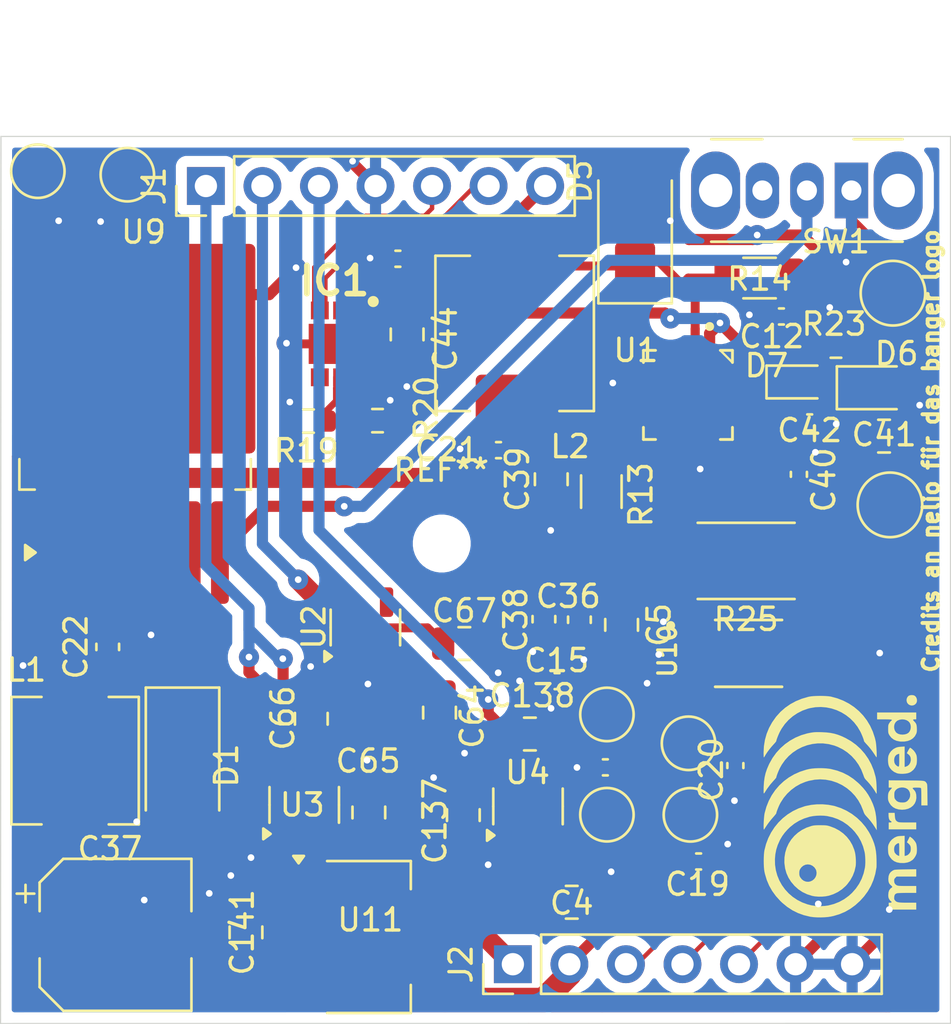
<source format=kicad_pcb>
(kicad_pcb (version 20241229) (generator "pcbnew") (generator_version "9.0")
  (layers (0 "F.Cu" signal "F.Cu Signal") (2 "B.Cu" signal "B.Cu Signal") (13 "F.Paste" user) (15 "B.Paste" user) (5 "F.SilkS" user "F.Silkscreen") (7 "B.SilkS" user "B.Silkscreen") (1 "F.Mask" user) (3 "B.Mask" user) (25 "Edge.Cuts" user))
  (net 0 "")
  (net 1 "GND")
  (net 2 "+5V")
  (net 3 "/USB+")
  (net 4 "/CC1")
  (net 5 "/CC2")
  (net 6 "Net-(U9-VIN)")
  (net 8 "/battery output")
  (net 9 "+3.3V")
  (net 11 "Net-(D1-K)")
  (net 12 "Net-(SW1A-B)")
  (net 13 "Net-(U1-CS)")
  (net 14 "Net-(D5-K)")
  (net 15 "Net-(D6-K)")
  (net 16 "Net-(D6-A)")
  (net 17 "Net-(D7-K)")
  (net 18 "/power SCL")
  (net 20 "/power SDA")
  (net 21 "Net-(IC1-VSET)")
  (net 23 "Net-(IC1-ISET)")
  (net 25 "/voltage Alert Pin")
  (net 30 "Net-(U1-BAT)")
  (net 33 "/1.5v out")
  (net 34 "/1.8v out")
  (net 35 "/2.8v out")
  (footprint "Diode_SMD:D_SMA" (layer "F.Cu") (at 472.81 316.7 -90)
    (property "Reference" "D1")
    (property "Value" "SS38" (hide yes))
  )
  (footprint "Package_TO_SOT_SMD:SOT-23-5" (layer "F.Cu") (at 488.33 318.5225 90)
    (property "Reference" "U4")
    (property "Value" "MICRONE(Nanjing Micro One Elec) ME6212C28M5G" (hide yes))
  )
  (footprint "Capacitor_SMD:C_0402_1005Metric" (layer "F.Cu") (at 500.5 303.62 90)
    (property "Reference" "C40")
    (property "Value" "0.1uF" (hide yes))
  )
  (footprint "Capacitor_SMD:C_0805_2012Metric" (layer "F.Cu") (at 488.415 315.275 180)
    (property "Reference" "C138")
    (property "Value" "1uF" (hide yes))
  )
  (footprint "TP5100:QFN65P400X400X90-17N" (layer "F.Cu") (at 495.515 300.055 -90)
    (property "Reference" "U1")
    (property "Value" "TP5100" (hide yes))
  )
  (footprint "Capacitor_SMD:C_0805_2012Metric" (layer "F.Cu") (at 478.595 314.59 90)
    (property "Reference" "C66")
    (property "Value" "1uF" (hide yes))
  )
  (footprint "ina226:SOP50P490X110-10N" (layer "F.Cu") (at 498.24 311.655)
    (property "Reference" "U10")
    (property "Value" "INA226AIDGSR" (hide yes))
  )
  (footprint "TestPoint:TestPoint_Pad_D2.0mm" (layer "F.Cu") (at 470.33 290.17)
    (property "Reference" "TP20" (hide yes))
    (property "Value" "TestPoint" (hide yes))
  )
  (footprint "Capacitor_SMD:C_0805_2012Metric" (layer "F.Cu") (at 475.66 324.175 -90)
    (property "Reference" "C141")
    (property "Value" "1uF" (hide yes))
  )
  (footprint "Inductor_SMD:L_Changjiang_FXL0630" (layer "F.Cu") (at 487.73 297.295 90)
    (property "Reference" "L2")
    (property "Value" "10uH" (hide yes))
  )
  (footprint "Capacitor_SMD:C_0805_2012Metric" (layer "F.Cu") (at 485.47 311.215 180)
    (property "Reference" "C67")
    (property "Value" "1uF" (hide yes))
  )
  (footprint "TestPoint:TestPoint_Pad_D2.0mm" (layer "F.Cu") (at 491.875 318.895 -90)
    (property "Reference" "TP17" (hide yes))
    (property "Value" "TestPoint" (hide yes))
  )
  (footprint "Capacitor_SMD:C_0402_1005Metric" (layer "F.Cu") (at 487.005 302.535 180)
    (property "Reference" "C21")
    (property "Value" "0.1uF" (hide yes))
  )
  (footprint "LOGO" (layer "F.Cu") (at 502.595 318.51 90)
    (property "Reference" "G***" (hide yes))
    (property "Value" "LOGO" (hide yes))
  )
  (footprint "TestPoint:TestPoint_Pad_D2.5mm" (layer "F.Cu") (at 504.725 295.49 -90)
    (property "Reference" "TP18" (hide yes))
    (property "Value" "battery testpoint" (hide yes))
  )
  (footprint "Capacitor_SMD:C_0402_1005Metric" (layer "F.Cu") (at 495.995 320.995)
    (property "Reference" "C19")
    (property "Value" "0.1uF" (hide yes))
  )
  (footprint "Package_TO_SOT_SMD:SOT-223-3_TabPin2" (layer "F.Cu") (at 481.155 324.385)
    (property "Reference" "U11")
    (property "Value" "5v to 3.3v converter" (hide yes))
  )
  (footprint "TestPoint:TestPoint_Pad_D2.5mm" (layer "F.Cu") (at 504.59 304.99 90)
    (property "Reference" "TP10" (hide yes))
    (property "Value" "battery testpoint" (hide yes))
  )
  (footprint "Capacitor_SMD:C_0402_1005Metric" (layer "F.Cu") (at 482.485 293.945 180)
    (property "Reference" "C43" (hide yes))
    (property "Value" "0.1uF" (hide yes))
  )
  (footprint "Capacitor_SMD:C_0402_1005Metric" (layer "F.Cu") (at 489.635 312.9 180)
    (property "Reference" "C15")
    (property "Value" "0.1uF" (hide yes))
  )
  (footprint "Capacitor_SMD:C_0805_2012Metric" (layer "F.Cu") (at 481.18 318.795 -90)
    (property "Reference" "C65")
    (property "Value" "1uF")
  )
  (footprint "LED_SMD:LED_0805_2012Metric" (layer "F.Cu") (at 503.89 299.735)
    (property "Reference" "D6")
    (property "Value" "LED")
  )
  (footprint "Inductor_SMD:L_APV_APH0530" (layer "F.Cu") (at 467.985 316.47 -90)
    (property "Reference" "L1")
    (property "Value" "4.7uH inductor" (hide yes))
  )
  (footprint "LED_SMD:LED_0603_1608Metric" (layer "F.Cu") (at 500.53 299.475)
    (property "Reference" "D7")
    (property "Value" "LED" (hide yes))
  )
  (footprint "Capacitor_SMD:C_0805_2012Metric" (layer "F.Cu") (at 484.355 314.315 90)
    (property "Reference" "C64")
    (property "Value" "1uF" (hide yes))
  )
  (footprint "Package_TO_SOT_SMD:TO-263-7_TabPin8" (layer "F.Cu") (at 470.68 299.48 90)
    (property "Reference" "U9")
    (property "Value" "LM22678TJ-5.0/NOPB" (hide yes))
  )
  (footprint "TestPoint:TestPoint_Pad_D2.0mm" (layer "F.Cu") (at 495.625 318.9 90)
    (property "Reference" "TP19" (hide yes))
    (property "Value" "TestPoint" (hide yes))
  )
  (footprint "Capacitor_SMD:C_0603_1608Metric" (layer "F.Cu") (at 490.64 310.145 -90)
    (property "Reference" "C36")
    (property "Value" "6.8uF" (hide yes))
  )
  (footprint "Resistor_SMD:R_2512_6332Metric" (layer "F.Cu") (at 498.13 307.505 180)
    (property "Reference" "R25")
    (property "Value" "R_Shunt")
  )
  (footprint "Capacitor_SMD:C_0805_2012Metric" (layer "F.Cu") (at 489.375 303.84 -90)
    (property "Reference" "C39")
    (property "Value" "10uF" (hide yes))
  )
  (footprint "Connector_PinHeader_2.54mm:PinHeader_1x07_P2.54mm_Vertical" (layer "F.Cu") (at 487.65 325.605 90)
    (property "Reference" "J2")
    (property "Value" "Conn_01x07_Pin" (hide yes))
  )
  (footprint "Capacitor_SMD:C_0402_1005Metric" (layer "F.Cu") (at 500.985 301.29)
    (property "Reference" "C42")
    (property "Value" "0.1uF" (hide yes))
  )
  (footprint "Resistor_SMD:R_0603_1608Metric" (layer "F.Cu") (at 502.165 297.865)
    (property "Reference" "R23")
    (property "Value" "470Ohm")
  )
  (footprint "Package_TO_SOT_SMD:SOT-23-5" (layer "F.Cu") (at 481.025 310.4925 90)
    (property "Reference" "U2")
    (property "Value" "MICRONE(Nanjing Micro One Elec) ME6212C28M5G" (hide yes))
  )
  (footprint "Capacitor_SMD:C_0805_2012Metric" (layer "F.Cu") (at 504.325 301.905)
    (property "Reference" "C41")
    (property "Value" "10uF" (hide yes))
  )
  (footprint "Capacitor_SMD:CP_Elec_6.3x5.9" (layer "F.Cu") (at 469.8 324.285)
    (property "Reference" "C37")
    (property "Value" "180uF" (hide yes))
  )
  (footprint "Capacitor_SMD:C_0603_1608Metric" (layer "F.Cu") (at 489.045 310.12 -90)
    (property "Reference" "C38")
    (property "Value" "6.8uF" (hide yes))
  )
  (footprint "Resistor_SMD:R_0603_1608Metric" (layer "F.Cu") (at 478.47 301.23 180)
    (property "Reference" "R19")
    (property "Value" "10k" (hide yes))
  )
  (footprint "MountingHole:MountingHole_2.1mm" (layer "F.Cu") (at 484.43 306.63)
    (property "Reference" "REF**")
    (property "Value" "MountingHole_2.1mm")
  )
  (footprint "Capacitor_SMD:C_0805_2012Metric" (layer "F.Cu") (at 490.295 322.825)
    (property "Reference" "C4")
    (property "Value" "22uF" (hide yes))
  )
  (footprint "Capacitor_SMD:C_0805_2012Metric" (layer "F.Cu") (at 485.425 318.9125 -90)
    (property "Reference" "C137")
    (property "Value" "1uF" (hide yes))
  )
  (footprint "Capacitor_SMD:C_0402_1005Metric" (layer "F.Cu") (at 499.715 296.535 180)
    (property "Reference" "C12")
    (property "Value" "0.1uF" (hide yes))
  )
  (footprint "Resistor_SMD:R_1206_3216Metric" (layer "F.Cu") (at 491.625 304.395 -90)
    (property "Reference" "R13")
    (property "Value" "0.06Ohm" (hide yes))
  )
  (footprint "Connector_PinHeader_2.54mm:PinHeader_1x07_P2.54mm_Vertical" (layer "F.Cu") (at 473.86 290.68 90)
    (property "Reference" "J1")
    (property "Value" "Conn_01x07_Pin" (hide yes))
  )
  (footprint "Capacitor_SMD:C_0805_2012Metric" (layer "F.Cu") (at 492.535 310.375 -90)
    (property "Reference" "C5")
    (property "Value" "22uF")
  )
  (footprint "Package_TO_SOT_SMD:SOT-23-5" (layer "F.Cu") (at 478.2775 318.455 90)
    (property "Reference" "U3")
    (property "Value" "Diodes Incorporated AP2112K-1.8TRG1" (hide yes))
  )
  (footprint "Resistor_SMD:R_0603_1608Metric" (layer "F.Cu") (at 481.57 301.21)
    (property "Reference" "R20")
    (property "Value" "7.5kOhm" (hide yes))
  )
  (footprint "TestPoint:TestPoint_Pad_D2.0mm" (layer "F.Cu") (at 491.875 314.395 -90)
    (property "Reference" "TP16" (hide yes))
    (property "Value" "TestPoint" (hide yes))
  )
  (footprint "Resistor_SMD:R_1206_3216Metric" (layer "F.Cu") (at 498.7325 294.81)
    (property "Reference" "R14")
    (property "Value" "3 Ohm" (hide yes))
  )
  (footprint "Capacitor_SMD:C_0603_1608Metric" (layer "F.Cu") (at 469.45 311.365 90)
    (property "Reference" "C22")
    (property "Value" "10nF" (hide yes))
  )
  (footprint "TestPoint:TestPoint_Pad_D2.0mm" (layer "F.Cu") (at 495.54 315.69)
    (property "Reference" "TP13" (hide yes))
    (property "Value" "TestPoint" (hide yes))
  )
  (footprint "Button_Switch_THT:SW_Slide_SPDT_Angled_CK_OS102011MA1Q" (layer "F.Cu") (at 502.86 290.88 180)
    (property "Reference" "SW1")
    (property "Value" "SW_DPST_x2")
  )
  (footprint "Capacitor_SMD:C_0402_1005Metric" (layer "F.Cu") (at 497.645 316.69 -90)
    (property "Reference" "C20")
    (property "Value" "0.1uF" (hide yes))
  )
  (footprint "Capacitor_SMD:C_0805_2012Metric" (layer "F.Cu") (at 482.9 297.34 -90)
    (property "Reference" "C44")
    (property "Value" "10uF" (hide yes))
  )
  (footprint "TestPoint:TestPoint_Pad_D2.0mm" (layer "F.Cu") (at 466.31 290.015)
    (property "Reference" "TP14" (hide yes))
    (property "Value" "TestPoint" (hide yes))
  )
  (footprint "Capacitor_SMD:C_0402_1005Metric" (layer "F.Cu") (at 491.805 316.77)
    (property "Reference" "C16" (hide yes))
    (property "Value" "0.1uF" (hide yes))
  )
  (footprint "HSUB238:SON50P300X300X80-11N-D" (layer "F.Cu") (at 479.7275 297.765 -90)
    (property "Reference" "IC1")
    (property "Value" "HUSB238" (hide yes))
  )
  (footprint "Diode_SMD:D_SMA" (layer "F.Cu") (at 493.14 292.435 90)
    (property "Reference" "D5")
    (property "Value" "D_Filled" (hide yes))
  )
  (gr_line (start 464.653654 288.455) (end 507.31 288.455) (stroke (width 0.05)) (layer "Edge.Cuts"))
  (gr_line (start 507.310018 328.255) (end 507.31 288.455) (stroke (width 0.05)) (layer "Edge.Cuts"))
  (gr_line (start 464.634982 328.265) (end 507.31 328.26) (stroke (width 0.05)) (layer "Edge.Cuts"))
  (gr_line (start 464.653654 288.455) (end 464.634982 328.265) (stroke (width 0.05)) (layer "Edge.Cuts"))
  (gr_text "Credits an nelio für das banger logo\n" (at 506.845 312.605 90) (layer "F.SilkS") (effects (font (size 0.7 0.7) (thickness 0.175) (bold yes)) (justify left bottom)))
  (segment (start 467.31 292.175) (end 467.245 292.24) (width 0.6) (layer "F.Cu") (net 1))
  (segment (start 492.455 311.335) (end 493.68 312.56) (width 0.3) (layer "F.Cu") (net 1))
  (segment (start 489.045 311.08) (end 488.545 311.58) (width 0.6) (layer "F.Cu") (net 1))
  (segment (start 502.105 301.29) (end 502.175 301.36) (width 0.4) (layer "F.Cu") (net 1))
  (segment (start 477.645 300.39) (end 477.63 300.375) (width 0.3) (layer "F.Cu") (net 1))
  (segment (start 500.809999 303.14) (end 501.24 302.709999) (width 0.5) (layer "F.Cu") (net 1))
  (segment (start 495.84 301.915) (end 495.84 303.155) (width 0.3) (layer "F.Cu") (net 1))
  (segment (start 503.33 294.095) (end 502.62 294.095) (width 0.5) (layer "F.Cu") (net 1))
  (segment (start 504.725 295.49) (end 503.33 294.095) (width 0.5) (layer "F.Cu") (net 1))
  (segment (start 476.7 295.555) (end 477.91 294.345) (width 0.5) (layer "F.Cu") (net 1))
  (segment (start 468.255 300.405) (end 470.68 297.98) (width 0.3) (layer "F.Cu") (net 1))
  (segment (start 487.73 302.29) (end 487.485 302.535) (width 0.5) (layer "F.Cu") (net 1))
  (segment (start 481.48 290.68) (end 480.45 289.65) (width 0.5) (layer "F.Cu") (net 1))
  (segment (start 481.07 313.0875) (end 481.075 313.0925) (width 0.5) (layer "F.Cu") (net 1))
  (segment (start 487.73 300.32) (end 487.73 302.29) (width 0.5) (layer "F.Cu") (net 1))
  (segment (start 481.07 311.545) (end 481.07 313.0875) (width 0.5) (layer "F.Cu") (net 1))
  (segment (start 477.51 297.765) (end 477.48 297.735) (width 0.4) (layer "F.Cu") (net 1))
  (segment (start 489.045 310.895) (end 489.045 311.08) (width 0.6) (layer "F.Cu") (net 1))
  (segment (start 493.185 290.0875) (end 494.72 291.6225) (width 0.5) (layer "F.Cu") (net 1))
  (segment (start 500.65 292.88) (end 501.865 294.095) (width 0.5) (layer "F.Cu") (net 1))
  (segment (start 485.225 316.135) (end 485.48 316.135) (width 0.4) (layer "F.Cu") (net 1))
  (segment (start 467.31 291.015) (end 467.31 292.175) (width 0.6) (layer "F.Cu") (net 1))
  (segment (start 500.5 303.14) (end 500.809999 303.14) (width 0.5) (layer "F.Cu") (net 1))
  (segment (start 478.2775 320.57) (end 478.2775 321.5725) (width 0.5) (layer "F.Cu") (net 1))
  (segment (start 494.83 310.655) (end 494.41 310.235) (width 0.3) (layer "F.Cu") (net 1))
  (segment (start 493 300.38) (end 492.14 299.52) (width 0.3) (layer "F.Cu") (net 1))
  (segment (start 489.72 301.2575) (end 489.375 301.6025) (width 0.5) (layer "F.Cu") (net 1))
  (segment (start 473.455 295.555) (end 473.105 295.555) (width 0.3) (layer "F.Cu") (net 1))
  (segment (start 502.86 290.88) (end 502.86 292.105) (width 0.3) (layer "F.Cu") (net 1))
  (segment (start 497.645 318.225) (end 497.605 318.265) (width 0.4) (layer "F.Cu") (net 1))
  (segment (start 468.255 295.555) (end 470.68 297.98) (width 0.3) (layer "F.Cu") (net 1))
  (segment (start 487.68 321.14) (end 488.33 320.49) (width 0.4) (layer "F.Cu") (net 1))
  (segment (start 491.52 301.2575) (end 489.72 301.2575) (width 0.5) (layer "F.Cu") (net 1))
  (segment (start 478.0275 320.82) (end 475.885 320.82) (width 0.5) (layer "F.Cu") (net 1))
  (segment (start 501.465 301.29) (end 502.105 301.29) (width 0.4) (layer "F.Cu") (net 1))
  (segment (start 486.525 302.535) (end 485.335 302.535) (width 0.4) (layer "F.Cu") (net 1))
  (segment (start 491.625 301.3625) (end 491.625 302.9325) (width 0.5) (layer "F.Cu") (net 1))
  (segment (start 470.68 307.13) (end 470.68 310.11) (width 0.6) (layer "F.Cu") (net 1))
  (segment (start 496.475 320.995) (end 496.52 320.995) (width 0.4) (layer "F.Cu") (net 1))
  (segment (start 491.245 322.825) (end 492.065 322.005) (width 0.5) (layer "F.Cu") (net 1))
  (segment (start 467.905 300.405) (end 468.255 300.405) (width 0.3) (layer "F.Cu") (net 1))
  (segment (start 489.375 306.11) (end 489.35 306.135) (width 0.6) (layer "F.Cu") (net 1))
  (segment (start 472.81 318.7) (end 471.26 318.7) (width 0.4) (layer "F.Cu") (net 1))
  (segment (start 470.68 310.11) (end 471.395 310.825) (width 0.6) (layer "F.Cu") (net 1))
  (segment (start 471.26 318.7) (end 470.75 319.21) (width 0.4) (layer "F.Cu") (net 1))
  (segment (start 500.35 325.605) (end 501.37 324.585) (width 0.5) (layer "F.Cu") (net 1))
  (segment (start 465.447918 302.817082) (end 467.86 300.405) (width 0.6) (layer "F.Cu") (net 1))
  (segment (start 501.24 302.709999) (end 501.24 302.63) (width 0.5) (layer "F.Cu") (net 1))
  (segment (start 493.68 312.56) (end 493.68 312.995) (width 0.3) (layer "F.Cu") (net 1))
  (segment (start 491.52 301.2575) (end 491.625 301.3625) (width 0.5) (layer "F.Cu") (net 1))
  (segment (start 482.395 301.21) (end 482.395 300.55) (width 0.4) (layer "F.Cu") (net 1))
  (segment (start 477.645 301.23) (end 477.645 300.39) (width 0.3) (layer "F.Cu") (net 1))
  (segment (start 490.535 316.77) (end 490.53 316.775) (width 0.5) (layer "F.Cu") (net 1))
  (segment (start 489.155 312.9) (end 487.96 312.9) (width 0.4) (layer "F.Cu") (net 1))
  (segment (start 492.065 322.005) (end 492.065 321.455) (width 0.5) (layer "F.Cu") (net 1))
  (segment (start 489.72 301.2575) (end 488.6675 301.2575) (width 0.5) (layer "F.Cu") (net 1))
  (segment (start 473.455 295.555) (end 476.7 295.555) (width 0.5) (layer "F.Cu") (net 1))
  (segment (start 502.62 294.095) (end 501.865 294.095) (width 0.5) (layer "F.Cu") (net 1))
  (segment (start 502.86 292.105) (end 504.725 293.97) (width 0.3) (layer "F.Cu") (net 1))
  (segment (start 499.235 296.535) (end 498.35 296.535) (width 0.4) (layer "F.Cu") (net 1))
  (segment (start 478.2775 320.57) (end 478.0275 320.82) (width 0.5) (layer "F.Cu") (net 1))
  (segment (start 467.905 295.555) (end 468.255 295.555) (width 0.3) (layer "F.Cu") (net 1))
  (segment (start 481.18 316.53) (end 481.1 316.45) (width 0.3) (layer "F.Cu") (net 1))
  (segment (start 488.6675 301.2575) (end 487.73 300.32) (width 0.5) (layer "F.Cu") (net 1))
  (segment (start 473.105 300.405) (end 470.68 297.98) (width 0.3) (layer "F.Cu") (net 1))
  (segment (start 467.86 300.405) (end 467.905 300.405) (width 0.6) (layer "F.Cu") (net 1))
  (segment (start 473.105 295.555) (end 470.68 297.98) (width 0.3) (layer "F.Cu") (net 1))
  (segment (start 502.89 325.605) (end 504.56 323.935) (width 0.5) (layer "F.Cu") (net 1))
  (segment (start 504.725 293.97) (end 504.725 295.49) (width 0.3) (layer "F.Cu") (net 1))
  (segment (start 504.725 295.49) (end 502.525 295.49) (width 0.5) (layer "F.Cu") (net 1))
  (segment (start 504.56 323.935) (end 504.56 323.15) (width 0.5) (layer "F.Cu") (net 1))
  (segment (start 465.447918 312.002918) (end 465.447918 302.817082) (width 0.6) (layer "F.Cu") (net 1))
  (segment (start 489.365 315.275) (end 489.365 314.12) (width 0.3) (layer "F.Cu") (net 1))
  (segment (start 494.72 291.6225) (end 494.72 292.24) (width 0.5) (layer "F.Cu") (net 1))
  (segment (start 485.335 302.535) (end 485.28 302.48) (width 0.4) (layer "F.Cu") (net 1))
  (segment (start 487.96 312.9) (end 487.95 312.89) (width 0.4) (layer "F.Cu") (net 1))
  (segment (start 493.4545 301.2575) (end 491.52 301.2575) (width 0.5) (layer "F.Cu") (net 1))
  (segment (start 502.525 295.49) (end 501.885 296.13) (width 0.5) (layer "F.Cu") (net 1))
  (segment (start 478.2775 319.5925) (end 478.2775 320.57) (width 0.5) (layer "F.Cu") (net 1))
  (segment (start 484.355 315.265) (end 485.225 316.135) (width 0.4) (layer "F.Cu") (net 1))
  (segment (start 498.35 296.535) (end 498.275 296.46) (width 0.4) (layer "F.Cu") (net 1))
  (segment (start 475.475 323.19) (end 474.71 322.425) (width 0.5) (layer "F.Cu") (net 1))
  (segment (start 496.09 311.155) (end 494.755 311.155) (width 0.3) (layer "F.Cu") (net 1))
  (segment (start 486.42 311.955) (end 486.99 312.525) (width 0.5) (layer "F.Cu") (net 1))
  (segment (start 474.71 322.425) (end 474.01 322.425) (width 0.5) (layer "F.Cu") (net 1))
  (segment (start 485.425 317.9625) (end 484.6925 317.23) (width 0.3) (layer "F.Cu") (net 1))
  (segment (start 473.455 300.405) (end 473.105 300.405) (width 0.3) (layer "F.Cu") (net 1))
  (segment (start 466.31 290.015) (end 467.31 291.015) (width 0.6) (layer "F.Cu") (net 1))
  (segment (start 501.37 324.585) (end 501.37 322.9) (width 0.5) (layer "F.Cu") (net 1))
  (segment (start 486.42 311.215) (end 486.42 311.955) (width 0.5) (layer "F.Cu") (net 1))
  (segment (start 478.86 312.54) (end 478.565 312.245) (width 0.5) (layer "F.Cu") (net 1))
  (segment (start 490.64 310.92) (end 490.64 311.735) (width 0.6) (layer "F.Cu") (net 1))
  (segment (start 495.84 303.155) (end 496.065 303.38) (width 0.3) (layer "F.Cu") (net 1))
  (segment (start 477.77 322.08) (end 475.435 322.08) (width 0.5) (layer "F.Cu") (net 1))
  (segment (start 484.6925 317.23) (end 484.09 317.23) (width 0.3) (layer "F.Cu") (net 1))
  (segment (start 493.655 300.38) (end 493 300.38) (width 0.3) (layer "F.Cu") (net 1))
  (segment (start 500.39 312.155) (end 503.615 312.155) (width 0.3) (layer "F.Cu") (net 1))
  (segment (start 500.65 292.88) (end 498.625 292.88) (width 0.5) (layer "F.Cu") (net 1))
  (segment (start 469.13 291.37) (end 469.13 292.275) (width 0.6) (layer "F.Cu") (net 1))
  (segment (start 490.64 311.735) (end 490.84 311.935) (width 0.6) (layer "F.Cu") (net 1))
  (segment (start 481.265 293.945) (end 481.235 293.915) (width 0.4) (layer "F.Cu") (net 1))
  (segment (start 496.09 310.655) (end 494.83 310.655) (width 0.3) (layer "F.Cu") (net 1))
  (segment (start 495.561 293.081) (end 494.72 292.24) (width 0.5) (layer "F.Cu") (net 1))
  (segment (start 470.33 290.17) (end 469.13 291.37) (width 0.6) (layer "F.Cu") (net 1))
  (segment (start 496.52 320.995) (end 497.3 320.215) (width 0.4) (layer "F.Cu") (net 1))
  (segment (start 498.424 293.081) (end 495.561 293.081) (width 0.5) (layer "F.Cu") (net 1))
  (segment (start 482.395 300.55) (end 482.14 300.295) (width 0.4) (layer "F.Cu") (net 1))
  (segment (start 491.325 316.77) (end 490.535 316.77) (width 0.5) (layer "F.Cu") (net 1))
  (segment (start 472.21 324.355) (end 471.09 323.235) (width 0.5) (layer "F.Cu") (net 1))
  (segment (start 500.195 296.535) (end 500.195 294.81) (width 0.5) (layer "F.Cu") (net 1))
  (segment (start 481.18 317.845) (end 481.18 316.53) (width 0.3) (layer "F.Cu") (net 1))
  (segment (start 465.645 312.2) (end 465.447918 312.002918) (width 0.6) (layer "F.Cu") (net 1))
  (segment (start 494.755 311.155) (end 494.205 311.705) (width 0.3) (layer "F.Cu") (net 1))
  (segment (start 505.925 300.515) (end 505.925 301.255) (width 0.4) (layer "F.Cu") (net 1))
  (segment (start 482.9 298.29) (end 482.9 299.665) (width 0.4) (layer "F.Cu") (net 1))
  (segment (start 493.655 301.057) (end 493.4545 301.2575) (width 0.5) (layer "F.Cu") (net 1))
  (segment (start 482.005 293.945) (end 481.265 293.945) (width 0.4) (layer "F.Cu") (net 1))
  (segment (start 480.45 289.65) (end 480.45 289.565) (width 0.5) (layer "F.Cu") (net 1))
  (segment (start 498.625 292.88) (end 498.424 293.081) (width 0.5) (layer "F.Cu") (net 1))
  (segment (start 478.2775 321.5725) (end 477.77 322.08) (width 0.5) (layer "F.Cu") (net 1))
  (segment (start 489.375 301.6025) (end 489.375 302.89) (width 0.5) (layer "F.Cu") (net 1))
  (segment (start 475.435 322.08) (end 474.98 321.625) (width 0.5) (layer "F.Cu") (net 1))
  (segment (start 503.615 312.155) (end 504.13 311.64) (width 0.3) (layer "F.Cu") (net 1))
  (segment (start 478.86 313.455) (end 478.86 312.54) (width 0.5) (layer "F.Cu") (net 1))
  (segment (start 488.33 319.66) (end 488.33 320.49) (width 0.4) (layer "F.Cu") (net 1))
  (segment (start 487.68 321.14) (end 486.54 321.14) (width 0.4) (layer "F.Cu") (net 1))
  (segment (start 497.645 317.17) (end 497.645 318.225) (width 0.4) (layer "F.Cu") (net 1))
  (segment (start 479.7275 297.765) (end 477.51 297.765) (width 0.4) (layer "F.Cu") (net 1))
  (segment (start 489.375 304.79) (end 489.375 306.11) (width 0.6) (layer "F.Cu") (net 1))
  (segment (start 505.925 301.255) (end 505.275 301.905) (width 0.4) (layer "F.Cu") (net 1))
  (via (at 492.14 299.52) (size 0.9) (drill 0.3) (layers "F.Cu" "B.Cu") (net 1))
  (via (at 488.545 311.58) (size 0.9) (drill 0.3) (layers "F.Cu" "B.Cu") (net 1))
  (via (at 485.28 302.48) (size 0.6) (drill 0.3) (layers "F.Cu" "B.Cu") (net 1))
  (via (at 482.885 299.68) (size 0.9) (drill 0.3) (layers "F.Cu" "B.Cu") (net 1))
  (via (at 465.645 312.2) (size 0.9) (drill 0.3) (layers "F.Cu" "B.Cu") (net 1))
  (via (at 494.41 310.235) (size 0.9) (drill 0.3) (layers "F.Cu" "B.Cu") (net 1))
  (via (at 467.245 292.24) (size 0.9) (drill 0.3) (layers "F.Cu" "B.Cu") (net 1))
  (via (at 478.565 312.245) (size 0.9) (drill 0.3) (layers "F.Cu" "B.Cu") (net 1))
  (via (at 498.275 296.46) (size 0.9) (drill 0.3) (layers "F.Cu" "B.Cu") (net 1))
  (via (at 474.01 322.425) (size 0.9) (drill 0.3) (layers "F.Cu" "B.Cu") (net 1))
  (via (at 501.885 296.13) (size 0.9) (drill 0.3) (layers "F.Cu" "B.Cu") (net 1))
  (via (at 489.35 306.135) (size 0.9) (drill 0.3) (layers "F.Cu" "B.Cu") (net 1))
  (via (at 497.3 320.215) (size 0.9) (drill 0.3) (layers "F.Cu" "B.Cu") (net 1))
  (via (at 477.63 300.375) (size 0.6) (drill 0.3) (layers "F.Cu" "B.Cu") (net 1))
  (via (at 477.91 294.345) (size 0.9) (drill 0.3) (layers "F.Cu" "B.Cu") (net 1))
  (via (at 477.48 297.735) (size 0.9) (drill 0.3) (layers "F.Cu" "B.Cu") (net 1))
  (via (at 494.72 292.24) (size 0.9) (drill 0.3) (layers "F.Cu" "B.Cu") (net 1))
  (via (at 471.09 322.725) (size 0.9) (drill 0.3) (layers "F.Cu" "B.Cu") (net 1))
  (via (at 494.205 311.705) (size 0.9) (drill 0.3) (layers "F.Cu" "B.Cu") (net 1))
  (via (at 489.365 314.12) (size 0.9) (drill 0.3) (layers "F.Cu" "B.Cu") (net 1))
  (via (at 505.925 300.515) (size 0.6) (drill 0.3) (layers "F.Cu" "B.Cu") (net 1))
  (via (at 490.53 316.775) (size 0.9) (drill 0.3) (layers "F.Cu" "B.Cu") (net 1))
  (via (at 502.62 294.095) (size 0.9) (drill 0.3) (layers "F.Cu" "B.Cu") (net 1))
  (via (at 469.13 292.275) (size 0.9) (drill 0.3) (layers "F.Cu" "B.Cu") (net 1))
  (via (at 481.138002 313.029498) (size 0.9) (drill 0.3) (layers "F.Cu" "B.Cu") (net 1))
  (via (at 497.605 318.265) (size 0.6) (drill 0.3) (layers "F.Cu" "B.Cu") (net 1))
  (via (at 487.95 312.89) (size 0.9) (drill 0.3) (layers "F.Cu" "B.Cu") (net 1))
  (via (at 484.09 317.23) (size 0.9) (drill 0.3) (layers "F.Cu" "B.Cu") (net 1))
  (via (at 496.065 303.38) (size 0.6) (drill 0.3) (layers "F.Cu" "B.Cu") (net 1))
  (via (at 475.885 320.82) (size 0.9) (drill 0.3) (layers "F.Cu" "B.Cu") (net 1))
  (via (at 504.13 311.64) (size 0.9) (drill 0.3) (layers "F.Cu" "B.Cu") (net 1))
  (via (at 471.395 310.825) (size 0.9) (drill 0.3) (layers "F.Cu" "B.Cu") (net 1))
  (via (at 490.84 311.935) (size 0.9) (drill 0.3) (layers "F.Cu" "B.Cu") (net 1))
  (via (at 493.68 312.995) (size 0.9) (drill 0.3) (layers "F.Cu" "B.Cu") (net 1))
  (via (at 504.56 323.15) (size 0.9) (drill 0.3) (layers "F.Cu" "B.Cu") (net 1))
  (via (at 501.24 302.63) (size 0.9) (drill 0.3) (layers "F.Cu" "B.Cu") (net 1))
  (via (at 481.1 316.45) (size 0.9) (drill 0.3) (layers "F.Cu" "B.Cu") (net 1))
  (via (at 482.14 300.295) (size 0.6) (drill 0.3) (layers "F.Cu" "B.Cu") (net 1))
  (via (at 486.99 312.525) (size 0.9) (drill 0.3) (layers "F.Cu" "B.Cu") (net 1))
  (via (at 502.175 301.36) (size 0.9) (drill 0.3) (layers "F.Cu" "B.Cu") (net 1))
  (via (at 501.37 322.9) (size 0.9) (drill 0.3) (layers "F.Cu" "B.Cu") (net 1))
  (via (at 492.065 321.455) (size 0.9) (drill 0.3) (layers "F.Cu" "B.Cu") (net 1))
  (via (at 480.45 289.565) (size 0.6) (drill 0.3) (layers "F.Cu" "B.Cu") (net 1))
  (via (at 485.48 316.135) (size 0.9) (drill 0.3) (layers "F.Cu" "B.Cu") (net 1))
  (via (at 498.625 292.88) (size 0.9) (drill 0.3) (layers "F.Cu" "B.Cu") (net 1))
  (via (at 486.54 321.14) (size 0.9) (drill 0.3) (layers "F.Cu" "B.Cu") (net 1))
  (via (at 470.75 319.21) (size 0.9) (drill 0.3) (layers "F.Cu" "B.Cu") (net 1))
  (via (at 481.235 293.915) (size 0.6) (drill 0.3) (layers "F.Cu" "B.Cu") (net 1))
  (via (at 474.98 321.625) (size 0.9) (drill 0.3) (layers "F.Cu" "B.Cu") (net 1))
  (segment (start 473.975 321.12) (end 468.015 321.12) (width 0.5) (layer "F.Cu") (net 2))
  (segment (start 473.22 307.13) (end 473.22 311.565) (width 0.5) (layer "F.Cu") (net 2))
  (segment (start 477.77 326.68) (end 475.475 326.68) (width 1.1) (layer "F.Cu") (net 2))
  (segment (start 491.66448 327.610833) (end 489.422515 327.610833) (width 0.3) (layer "F.Cu") (net 2))
  (segment (start 468.015 321.12) (end 467.985 321.15) (width 0.5) (layer "F.Cu") (net 2))
  (segment (start 475.475 326.68) (end 468.935 326.68) (width 1.1) (layer "F.Cu") (net 2))
  (segment (start 474.82 320.275) (end 473.975 321.12) (width 0.5) (layer "F.Cu") (net 2))
  (segment (start 475.475 326.68) (end 475.475 325.09) (width 1.1) (layer "F.Cu") (net 2))
  (segment (start 495.625 315.775) (end 495.54 315.69) (width 0.5) (layer "F.Cu") (net 2))
  (segment (start 504.552807 327.609339) (end 504.419979 327.609339) (width 0.3) (layer "F.Cu") (net 2))
  (segment (start 497.125 315.69) (end 497.645 316.21) (width 0.4) (layer "F.Cu") (net 2))
  (segment (start 495.625 318.9) (end 495.625 320.885) (width 0.4) (layer "F.Cu") (net 2))
  (segment (start 490.19 325.605) (end 493.89 321.905) (width 0.5) (layer "F.Cu") (net 2))
  (segment (start 504.419979 327.609339) (end 491.66448 327.610833) (width 0.3) (layer "F.Cu") (net 2))
  (segment (start 466.61 319.895) (end 467.985 318.52) (width 1.1) (layer "F.Cu") (net 2))
  (segment (start 493.89 320.635) (end 495.625 318.9) (width 0.5) (layer "F.Cu") (net 2))
  (segment (start 480.99 326.68) (end 481.522021 327.212021) (width 1.1) (layer "F.Cu") (net 2))
  (segment (start 468.935 326.68) (end 466.61 324.355) (width 1.1) (layer "F.Cu") (net 2))
  (segment (start 477.77 326.68) (end 480.99 326.68) (width 1.1) (layer "F.Cu") (net 2))
  (segment (start 495.625 318.9) (end 495.625 315.775) (width 0.5) (layer "F.Cu") (net 2))
  (segment (start 500.39 312.655) (end 502.915 312.655) (width 0.3) (layer "F.Cu") (net 2))
  (segment (start 489.422515 327.610833) (end 489.023341 327.211659) (width 0.3) (layer "F.Cu") (net 2))
  (segment (start 481.522021 327.212021) (end 484.614959 327.211659) (width 1.1) (layer "F.Cu") (net 2))
  (segment (start 466.625 321.15) (end 466.61 321.135) (width 0.5) (layer "F.Cu") (net 2))
  (segment (start 489.023341 327.211659) (end 490.19 326.045) (width 1.1) (layer "F.Cu") (net 2))
  (segment (start 490.19 326.045) (end 490.19 325.605) (width 1.1) (layer "F.Cu") (net 2))
  (segment (start 467.985 321.15) (end 466.625 321.15) (width 0.5) (layer "F.Cu") (net 2))
  (segment (start 474.82 313.165) (end 474.82 320.275) (width 0.5) (layer "F.Cu") (net 2))
  (segment (start 502.915 312.655) (end 505.72 315.46) (width 0.3) (layer "F.Cu") (net 2))
  (segment (start 490.19 325.605) (end 490.19 325.9) (width 0.5) (layer "F.Cu") (net 2))
  (segment (start 466.61 321.135) (end 466.61 319.895) (width 1.1) (layer "F.Cu") (net 2))
  (segment (start 493.89 321.905) (end 493.89 320.635) (width 0.5) (layer "F.Cu") (net 2))
  (segment (start 484.614959 327.211659) (end 489.023341 327.211659) (width 1.1) (layer "F.Cu") (net 2))
  (segment (start 505.72 315.46) (end 505.72 326.442146) (width 0.3) (layer "F.Cu") (net 2))
  (segment (start 495.54 315.69) (end 497.125 315.69) (width 0.4) (layer "F.Cu") (net 2))
  (segment (start 505.72 326.442146) (end 504.552807 327.609339) (width 0.3) (layer "F.Cu") (net 2))
  (segment (start 495.625 320.885) (end 495.515 320.995) (width 0.4) (layer "F.Cu") (net 2))
  (segment (start 466.61 324.355) (end 466.61 321.135) (width 1.1) (layer "F.Cu") (net 2))
  (segment (start 473.22 311.565) (end 474.82 313.165) (width 0.5) (layer "F.Cu") (net 2))
  (segment (start 484.28 293.95) (end 485.965 292.265) (width 0.5) (layer "F.Cu") (net 3))
  (segment (start 497.69 298.015) (end 497.84 297.865) (width 0.4) (layer "F.Cu") (net 3))
  (segment (start 484.28 294.995) (end 484.28 293.95) (width 0.5) (layer "F.Cu") (net 3))
  (segment (start 497.69 297.56) (end 496.955 296.825) (width 0.5) (layer "F.Cu") (net 3))
  (segment (start 483.535 294.995) (end 484.28 294.995) (width 0.5) (layer "F.Cu") (net 3))
  (segment (start 493.655 299.03) (end 491.005 296.38) (width 0.5) (layer "F.Cu") (net 3))
  (segment (start 497.69 298.765) (end 497.69 298.015) (width 0.5) (layer "F.Cu") (net 3))
  (segment (start 493.655 299.08) (end 493.655 299.03) (width 0.5) (layer "F.Cu") (net 3))
  (segment (start 480.8285 295.5365) (end 480.8285 296.265) (width 0.5) (layer "F.Cu") (net 3))
  (segment (start 485.665 296.38) (end 491.005 296.38) (width 0.5) (layer "F.Cu") (net 3))
  (segment (start 482.965 293.945) (end 482.965 294.945) (width 0.4) (layer "F.Cu") (net 3))
  (segment (start 497.69 298.015) (end 497.69 297.56) (width 0.5) (layer "F.Cu") (net 3))
  (segment (start 496.49 298.195) (end 496.49 297.29) (width 0.5) (layer "F.Cu") (net 3))
  (segment (start 485.965 292.265) (end 487.515 292.265) (width 0.5) (layer "F.Cu") (net 3))
  (segment (start 497.375 299.08) (end 497.69 298.765) (width 0.5) (layer "F.Cu") (net 3))
  (segment (start 492.725 296.38) (end 494.485 296.38) (width 0.5) (layer "F.Cu") (net 3))
  (segment (start 482.9 296.39) (end 485.655 296.39) (width 0.4) (layer "F.Cu") (net 3))
  (segment (start 481.37 294.995) (end 480.8285 295.5365) (width 0.5) (layer "F.Cu") (net 3))
  (segment (start 497.84 297.865) (end 501.34 297.865) (width 0.4) (layer "F.Cu") (net 3))
  (segment (start 485.655 296.39) (end 485.665 296.38) (width 0.4) (layer "F.Cu") (net 3))
  (segment (start 494.54 298.195) (end 492.725 296.38) (width 0.5) (layer "F.Cu") (net 3))
  (segment (start 492.725 296.38) (end 491.005 296.38) (width 0.5) (layer "F.Cu") (net 3))
  (segment (start 496.49 297.29) (end 496.955 296.825) (width 0.5) (layer "F.Cu") (net 3))
  (segment (start 483.535 294.995) (end 481.37 294.995) (width 0.5) (layer "F.Cu") (net 3))
  (segment (start 494.485 296.38) (end 494.73 296.624998) (width 0.5) (layer "F.Cu") (net 3))
  (segment (start 487.515 292.265) (end 489.1 290.68) (width 0.5) (layer "F.Cu") (net 3))
  (segment (start 485.665 296.38) (end 484.28 294.995) (width 0.5) (layer "F.Cu") (net 3))
  (via (at 496.955 296.825) (size 0.9) (drill 0.3) (layers "F.Cu" "B.Cu") (net 3))
  (via (at 494.73 296.624998) (size 0.9) (drill 0.3) (layers "F.Cu" "B.Cu") (net 3))
  (segment (start 496.955 296.825) (end 496.754998 296.624998) (width 0.5) (layer "B.Cu") (net 3))
  (segment (start 496.754998 296.624998) (end 494.73 296.624998) (width 0.5) (layer "B.Cu") (net 3))
  (segment (start 485.945 290.68) (end 486.56 290.68) (width 0.2) (layer "F.Cu") (net 4))
  (segment (start 479.2275 296.265) (end 479.2275 294.8125) (width 0.2) (layer "F.Cu") (net 4))
  (segment (start 481.1 292.94) (end 483.685 292.94) (width 0.2) (layer "F.Cu") (net 4))
  (segment (start 479.2275 294.8125) (end 481.1 292.94) (width 0.2) (layer "F.Cu") (net 4))
  (segment (start 483.685 292.94) (end 485.945 290.68) (width 0.2) (layer "F.Cu") (net 4))
  (segment (start 484.02 291.685) (end 483.685 292.02) (width 0.2) (layer "F.Cu") (net 5))
  (segment (start 481.04 292.02) (end 478.7275 294.3325) (width 0.2) (layer "F.Cu") (net 5))
  (segment (start 483.685 292.02) (end 481.04 292.02) (width 0.2) (layer "F.Cu") (net 5))
  (segment (start 484.02 290.68) (end 484.02 291.685) (width 0.2) (layer "F.Cu") (net 5))
  (segment (start 478.7275 294.3325) (end 478.7275 296.265) (width 0.2) (layer "F.Cu") (net 5))
  (segment (start 490.64 309.37) (end 490.64 307.955) (width 0.6) (layer "F.Cu") (net 8))
  (segment (start 489.06 307.94) (end 490.625 307.94) (width 0.9) (layer "F.Cu") (net 8))
  (segment (start 485.875 303.78) (end 487.485 305.39) (width 0.9) (layer "F.Cu") (net 8))
  (segment (start 498.8175 311.155) (end 495.1675 307.505) (width 0.3) (layer "F.Cu") (net 8))
  (segment (start 490.64 307.955) (end 490.625 307.94) (width 0.6) (layer "F.Cu") (net 8))
  (segment (start 492.455 309.435) (end 492.455 308.39) (width 0.6) (layer "F.Cu") (net 8))
  (segment (start 487.485 307.23) (end 488.195 307.94) (width 0.9) (layer "F.Cu") (net 8))
  (segment (start 500.39 311.155) (end 498.8175 311.155) (width 0.3) (layer "F.Cu") (net 8))
  (segment (start 490.625 307.94) (end 492.905 307.94) (width 0.9) (layer "F.Cu") (net 8))
  (segment (start 487.485 305.39) (end 487.485 307.23) (width 0.9) (layer "F.Cu") (net 8))
  (segment (start 492.455 308.39) (end 492.905 307.94) (width 0.6) (layer "F.Cu") (net 8))
  (segment (start 468.14 304.41) (end 468.77 303.78) (width 0.9) (layer "F.Cu") (net 8))
  (segment (start 469.41 310.55) (end 469.45 310.59) (width 0.5) (layer "F.Cu") (net 8))
  (segment (start 492.905 307.94) (end 493.965 306.88) (width 0.9) (layer "F.Cu") (net 8))
  (segment (start 493.965 306.88) (end 495.14 306.88) (width 0.9) (layer "F.Cu") (net 8))
  (segment (start 489.045 309.345) (end 489.045 307.955) (width 0.6) (layer "F.Cu") (net 8))
  (segment (start 468.14 307.13) (end 468.14 304.41) (width 0.9) (layer "F.Cu") (net 8))
  (segment (start 489.045 307.955) (end 489.06 307.94) (width 0.6) (layer "F.Cu") (net 8))
  (segment (start 469.41 307.13) (end 469.41 310.55) (width 0.5) (layer "F.Cu") (net 8))
  (segment (start 468.77 303.78) (end 485.875 303.78) (width 0.9) (layer "F.Cu") (net 8))
  (segment (start 488.195 307.94) (end 489.06 307.94) (width 0.9) (layer "F.Cu") (net 8))
  (segment (start 481.18 321.49) (end 481.18 319.745) (width 0.5) (layer "F.Cu") (net 9))
  (segment (start 487.1775 319.8625) (end 487.38 319.66) (width 0.5) (layer "F.Cu") (net 9))
  (segment (start 493.475 315.995) (end 491.875 314.395) (width 0.5) (layer "F.Cu") (net 9))
  (segment (start 491.61 314.395) (end 490.115 312.9) (width 0.5) (layer "F.Cu") (net 9))
  (segment (start 487.38 319.0475) (end 487.99 318.4375) (width 0.5) (layer "F.Cu") (net 9))
  (segment (start 485.965 323.78) (end 488.505 321.24) (width 0.5) (layer "F.Cu") (net 9))
  (segment (start 493.475 317.295) (end 493.475 315.995) (width 0.5) (layer "F.Cu") (net 9))
  (segment (start 490.555 321.24) (end 491.875 319.92) (width 0.5) (layer "F.Cu") (net 9))
  (segment (start 482.765 314.165) (end 482.765 313.165) (width 0.5) (layer "F.Cu") (net 9))
  (segment (start 488.31104 323.85896) (end 486.94604 323.85896) (width 0.4) (layer "F.Cu") (net 9))
  (segment (start 482.765 313.165) (end 482.965 313.365) (width 0.5) (layer "F.Cu") (net 9))
  (segment (start 482.765 315.19) (end 482.765 314.165) (width 0.5) (layer "F.Cu") (net 9))
  (segment (start 479.2275 319.5925) (end 479.2275 318.9625) (width 0.5) (layer "F.Cu") (net 9))
  (segment (start 478.744 318.479) (end 477.8744 318.479) (width 0.5) (layer "F.Cu") (net 9))
  (segment (start 485.425 319.8625) (end 487.1775 319.8625) (width 0.5) (layer "F.Cu") (net 9))
  (segment (start 482.765 315.19) (end 481.955 315.19) (width 0.5) (layer "F.Cu") (net 9))
  (segment (start 477.3275 319.0259) (end 477.3275 319.5925) (width 0.5) (layer "F.Cu") (net 9))
  (segment (start 491.875 314.395) (end 491.61 314.395) (width 0.5) (layer "F.Cu") (net 9))
  (segment (start 477.77 324.38) (end 479.9 324.38) (width 0.5) (layer "F.Cu") (net 9))
  (segment (start 489.28 318.9575) (end 489.28 319.66) (width 0.5) (layer "F.Cu") (net 9))
  (segment (start 486.425 324.38) (end 487.65 325.605) (width 0.9) (layer "F.Cu") (net 9))
  (segment (start 491.875 318.895) (end 493.475 317.295) (width 0.5) (layer "F.Cu") (net 9))
  (segment (start 491.875 319.92) (end 491.875 318.895) (width 0.5) (layer "F.Cu") (net 9))
  (segment (start 487.99 318.4375) (end 488.76 318.4375) (width 0.5) (layer "F.Cu") (net 9))
  (segment (start 481.965 312.365) (end 482.765 313.165) (width 0.6) (layer "F.Cu") (net 9))
  (segment (start 479.2275 318.9625) (end 478.744 318.479) (width 0.5) (layer "F.Cu") (net 9))
  (segment (start 484.07 324.38) (end 485.965 324.38) (width 0.9) (layer "F.Cu") (net 9))
  (segment (start 482.99 321.29) (end 484.4175 319.8625) (width 0.5) (layer "F.Cu") (net 9))
  (segment (start 488.76 318.4375) (end 489.28 318.9575) (width 0.5) (layer "F.Cu") (net 9))
  (segment (start 477.8744 318.479) (end 477.3275 319.0259) (width 0.5) (layer "F.Cu") (net 9))
  (segment (start 484.4175 319.8625) (end 485.425 319.8625) (width 0.5) (layer "F.Cu") (net 9))
  (segment (start 485.965 324.38) (end 485.965 323.78) (width 0.5) (layer "F.Cu") (net 9))
  (segment (start 489.345 322.825) (end 488.31104 323.85896) (width 0.4) (layer "F.Cu") (net 9))
  (segment (start 488.505 321.24) (end 490.555 321.24) (width 0.5) (layer "F.Cu") (net 9))
  (segment (start 481.965 311.5875) (end 481.965 312.365) (width 0.6) (layer "F.Cu") (net 9))
  (segment (start 481.18 319.745) (end 479.38 319.745) (width 0.5) (layer "F.Cu") (net 9))
  (segment (start 481.18 321.49) (end 481.985 322.295) (width 0.5) (layer "F.Cu") (net 9))
  (segment (start 492.285 318.485) (end 492.285 316.77) (width 0.5) (layer "F.Cu") (net 9))
  (segment (start 481.955 315.19) (end 480.105 313.34) (width 0.5) (layer "F.Cu") (net 9))
  (segment (start 485.965 324.38) (end 486.425 324.38) (width 0.9) (layer "F.Cu") (net 9))
  (segment (start 486.94604 323.85896) (end 486.425 324.38) (width 0.4) (layer "F.Cu") (net 9))
  (segment (start 482.765 321.065) (end 482.765 315.19) (width 0.5) (layer "F.Cu") (net 9))
  (segment (start 482.965 313.365) (end 484.355 313.365) (width 0.5) (layer "F.Cu") (net 9))
  (segment (start 482.99 321.29) (end 482.765 321.065) (width 0.5) (layer "F.Cu") (net 9))
  (segment (start 479.9 324.38) (end 481.985 322.295) (width 0.5) (layer "F.Cu") (net 9))
  (segment (start 481.985 322.295) (end 482.99 321.29) (width 0.5) (layer "F.Cu") (net 9))
  (segment (start 479.38 319.745) (end 479.2275 319.5925) (width 0.5) (layer "F.Cu") (net 9))
  (segment (start 491.875 318.895) (end 492.285 318.485) (width 0.5) (layer "F.Cu") (net 9))
  (segment (start 480.105 313.34) (end 480.105 311.5475) (width 0.5) (layer "F.Cu") (net 9))
  (segment (start 484.07 324.38) (end 481.985 322.295) (width 0.5) (layer "F.Cu") (net 9))
  (segment (start 487.38 319.66) (end 487.38 319.0475) (width 0.5) (layer "F.Cu") (net 9))
  (segment (start 466.87 307.13) (end 466.87 311.975) (width 1.1) (layer "F.Cu") (net 11))
  (segment (start 472.53 314.42) (end 472.81 314.7) (width 1.1) (layer "F.Cu") (net 11))
  (segment (start 467.985 314.42) (end 472.53 314.42) (width 1.1) (layer "F.Cu") (net 11))
  (segment (start 466.87 313.305) (end 467.985 314.42) (width 1.1) (layer "F.Cu") (net 11))
  (segment (start 466.87 311.975) (end 466.87 313.305) (width 1.1) (layer "F.Cu") (net 11))
  (segment (start 469.45 312.14) (end 467.035 312.14) (width 0.5) (layer "F.Cu") (net 11))
  (segment (start 467.035 312.14) (end 466.87 311.975) (width 0.5) (layer "F.Cu") (net 11))
  (segment (start 476.565 305.055) (end 480.075 305.055) (width 0.5) (layer "F.Cu") (net 12))
  (segment (start 474.49 307.13) (end 476.565 305.055) (width 0.5) (layer "F.Cu") (net 12))
  (via (at 480.075 305.055) (size 0.9) (drill 0.3) (layers "F.Cu" "B.Cu") (net 12))
  (segment (start 500.86 290.88) (end 500.86 292.815) (width 0.5) (layer "B.Cu") (net 12))
  (segment (start 500.86 292.815) (end 499.66 294.015) (width 0.5) (layer "B.Cu") (net 12))
  (segment (start 499.66 294.015) (end 491.955 294.015) (width 0.5) (layer "B.Cu") (net 12))
  (segment (start 480.915 305.055) (end 480.075 305.055) (width 0.5) (layer "B.Cu") (net 12))
  (segment (start 491.955 294.015) (end 480.915 305.055) (width 0.5) (layer "B.Cu") (net 12))
  (segment (start 495.19 303.825) (end 495.66 304.295) (width 0.4) (layer "F.Cu") (net 13))
  (segment (start 499.78 301.29) (end 499.48 301.59) (width 0.4) (layer "F.Cu") (net 13))
  (segment (start 499.48 303.485) (end 499.48 301.59) (width 0.4) (layer "F.Cu") (net 13))
  (segment (start 495.19 301.915) (end 495.19 303.825) (width 0.4) (layer "F.Cu") (net 13))
  (segment (start 495.66 304.295) (end 498.67 304.295) (width 0.4) (layer "F.Cu") (net 13))
  (segment (start 498.92 301.03) (end 497.375 301.03) (width 0.4) (layer "F.Cu") (net 13))
  (segment (start 498.67 304.295) (end 499.48 303.485) (width 0.4) (layer "F.Cu") (net 13))
  (segment (start 499.48 301.59) (end 498.92 301.03) (width 0.4) (layer "F.Cu") (net 13))
  (segment (start 500.505 301.29) (end 499.78 301.29) (width 0.4) (layer "F.Cu") (net 13))
  (segment (start 492.975 294.27) (end 493.14 294.435) (width 0.4) (layer "F.Cu") (net 14))
  (segment (start 495.84 298.195) (end 495.84 297.095) (width 0.4) (layer "F.Cu") (net 14))
  (segment (start 493.185 294.0875) (end 494.2275 294.0875) (width 0.4) (layer "F.Cu") (net 14))
  (segment (start 495.53 294.81) (end 495.24 295.1) (width 0.4) (layer "F.Cu") (net 14))
  (segment (start 487.73 294.27) (end 492.975 294.27) (width 0.4) (layer "F.Cu") (net 14))
  (segment (start 497.27 294.81) (end 495.53 294.81) (width 0.4) (layer "F.Cu") (net 14))
  (segment (start 495.24 295.1) (end 494.2275 294.0875) (width 0.4) (layer "F.Cu") (net 14))
  (segment (start 495.19 298.195) (end 495.84 297.545) (width 0.4) (layer "F.Cu") (net 14))
  (segment (start 495.84 297.545) (end 495.84 297.095) (width 0.4) (layer "F.Cu") (net 14))
  (segment (start 495.84 295.7) (end 495.24 295.1) (width 0.4) (layer "F.Cu") (net 14))
  (segment (start 495.84 297.095) (end 495.84 295.7) (width 0.4) (layer "F.Cu") (net 14))
  (segment (start 497.375 300.38) (end 502.3075 300.38) (width 0.2) (layer "F.Cu") (net 15))
  (segment (start 502.3075 300.38) (end 502.9525 299.735) (width 0.2) (layer "F.Cu") (net 15))
  (segment (start 503.845 297.865) (end 504.8275 298.8475) (width 0.4) (layer "F.Cu") (net 16))
  (segment (start 501.38 299.475) (end 502.99 297.865) (width 0.4) (layer "F.Cu") (net 16))
  (segment (start 501.3175 299.475) (end 501.38 299.475) (width 0.4) (layer "F.Cu") (net 16))
  (segment (start 502.99 297.865) (end 503.845 297.865) (width 0.4) (layer "F.Cu") (net 16))
  (segment (start 504.8275 298.8475) (end 504.8275 299.735) (width 0.4) (layer "F.Cu") (net 16))
  (segment (start 498.8 299.475) (end 498.545 299.73) (width 0.2) (layer "F.Cu") (net 17))
  (segment (start 499.7425 299.475) (end 498.8 299.475) (width 0.2) (layer "F.Cu") (net 17))
  (segment (start 498.545 299.73) (end 497.375 299.73) (width 0.2) (layer "F.Cu") (net 17))
  (segment (start 496.875 312.655) (end 496.09 312.655) (width 0.2) (layer "F.Cu") (net 18))
  (segment (start 498.42 320.4) (end 498.42 314.2) (width 0.2) (layer "F.Cu") (net 18))
  (segment (start 492.73 325.605) (end 493.215 325.605) (width 0.2) (layer "F.Cu") (net 18))
  (segment (start 498.42 314.2) (end 496.875 312.655) (width 0.2) (layer "F.Cu") (net 18))
  (segment (start 493.215 325.605) (end 498.42 320.4) (width 0.2) (layer "F.Cu") (net 18))
  (segment (start 495.27 325.605) (end 499.07 321.805) (width 0.2) (layer "F.Cu") (net 20))
  (segment (start 497.21 312.155) (end 496.09 312.155) (width 0.2) (layer "F.Cu") (net 20))
  (segment (start 499.07 321.805) (end 499.07 314.015) (width 0.2) (layer "F.Cu") (net 20))
  (segment (start 499.07 314.015) (end 497.21 312.155) (width 0.2) (layer "F.Cu") (net 20))
  (segment (start 479.7275 299.755394) (end 479.72 299.762894) (width 0.3) (layer "F.Cu") (net 21))
  (segment (start 479.72 299.762894) (end 479.72 300.33) (width 0.3) (layer "F.Cu") (net 21))
  (segment (start 479.295 300.755) (end 479.295 301.23) (width 0.3) (layer "F.Cu") (net 21))
  (segment (start 479.72 300.33) (end 479.295 300.755) (width 0.3) (layer "F.Cu") (net 21))
  (segment (start 479.7275 299.265) (end 479.7275 299.755394) (width 0.3) (layer "F.Cu") (net 21))
  (segment (start 480.745 300.73) (end 480.745 301.21) (width 0.3) (layer "F.Cu") (net 23))
  (segment (start 480.2275 299.265) (end 480.2275 300.2125) (width 0.3) (layer "F.Cu") (net 23))
  (segment (start 480.2275 300.2125) (end 480.745 300.73) (width 0.3) (layer "F.Cu") (net 23))
  (segment (start 499.625 323.79) (end 497.81 325.605) (width 0.2) (layer "F.Cu") (net 25))
  (segment (start 496.09 311.655) (end 497.605 311.655) (width 0.2) (layer "F.Cu") (net 25))
  (segment (start 499.625 313.675) (end 499.625 323.79) (width 0.2) (layer "F.Cu") (net 25))
  (segment (start 497.605 311.655) (end 499.625 313.675) (width 0.2) (layer "F.Cu") (net 25))
  (segment (start 498.81 308.35) (end 499.655 307.505) (width 0.3) (layer "F.Cu") (net 30))
  (segment (start 500.5 304.1) (end 500.5 304.955) (width 0.5) (layer "F.Cu") (net 30))
  (segment (start 504.03 309.59) (end 504.03 307.39) (width 0.3) (layer "F.Cu") (net 30))
  (segment (start 494.53 304.99) (end 492.4925 304.99) (width 0.5) (layer "F.Cu") (net 30))
  (segment (start 504.59 304.99) (end 501.565 304.99) (width 0.5) (layer "F.Cu") (net 30))
  (segment (start 501.55 304.975) (end 501.565 304.99) (width 0.5) (layer "F.Cu") (net 30))
  (segment (start 500.39 310.655) (end 499.57 310.655) (width 0.3) (layer "F.Cu") (net 30))
  (segment (start 501.965 311.655) (end 504.03 309.59) (width 0.3) (layer "F.Cu") (net 30))
  (segment (start 498.81 309.895) (end 498.81 308.35) (width 0.3) (layer "F.Cu") (net 30))
  (segment (start 499.57 310.655) (end 498.81 309.895) (width 0.3) (layer "F.Cu") (net 30))
  (segment (start 501.565 304.99) (end 500.535 304.99) (width 0.5) (layer "F.Cu") (net 30))
  (segment (start 494.54 304.98) (end 494.53 304.99) (width 0.5) (layer "F.Cu") (net 30))
  (segment (start 494.53 304.99) (end 500.535 304.99) (width 0.5) (layer "F.Cu") (net 30))
  (segment (start 501.11 308.15) (end 503.27 308.15) (width 0.9) (layer "F.Cu") (net 30))
  (segment (start 503.375 301.905) (end 501.55 303.73) (width 0.5) (layer "F.Cu") (net 30))
  (segment (start 504.03 307.39) (end 504.59 306.83) (width 0.9) (layer "F.Cu") (net 30))
  (segment (start 500.39 311.655) (end 501.965 311.655) (width 0.3) (layer "F.Cu") (net 30))
  (segment (start 500.5 304.955) (end 500.535 304.99) (width 0.5) (layer "F.Cu") (net 30))
  (segment (start 492.4925 304.99) (end 491.625 305.8575) (width 0.5) (layer "F.Cu") (net 30))
  (segment (start 499.655 307.505) (end 501.0925 307.505) (width 0.3) (layer "F.Cu") (net 30))
  (segment (start 501.55 303.73) (end 501.55 304.975) (width 0.5) (layer "F.Cu") (net 30))
  (segment (start 494.54 301.915) (end 494.54 304.98) (width 0.5) (layer "F.Cu") (net 30))
  (segment (start 504.59 306.83) (end 504.59 304.99) (width 0.9) (layer "F.Cu") (net 30))
  (segment (start 503.27 308.15) (end 504.03 307.39) (width 0.9) (layer "F.Cu") (net 30))
  (segment (start 487.38 317.385) (end 487.38 315.36) (width 0.5) (layer "F.Cu") (net 33))
  (segment (start 487.465 315.275) (end 486.543175 314.353175) (width 0.5) (layer "F.Cu") (net 33))
  (segment (start 487.38 315.36) (end 487.465 315.275) (width 0.5) (layer "F.Cu") (net 33))
  (segment (start 486.543175 314.353175) (end 486.543175 313.723175) (width 0.5) (layer "F.Cu") (net 33))
  (via (at 486.543175 313.723175) (size 0.9) (drill 0.3) (layers "F.Cu" "B.Cu") (net 33))
  (segment (start 478.94 306.12) (end 486.543175 313.723175) (width 0.5) (layer "B.Cu") (net 33))
  (segment (start 478.94 290.68) (end 478.94 306.12) (width 0.5) (layer "B.Cu") (net 33))
  (segment (start 477.3275 313.71) (end 477 313.71) (width 0.5) (layer "F.Cu") (net 34))
  (segment (start 477.3275 317.3175) (end 477.3275 315.255) (width 0.5) (layer "F.Cu") (net 34))
  (segment (start 475.795 312.505) (end 475.795 311.82) (width 0.5) (layer "F.Cu") (net 34))
  (segment (start 475.795 312.505) (end 477 313.71) (width 0.5) (layer "F.Cu") (net 34))
  (segment (start 477.3275 315.255) (end 477.3275 313.71) (width 0.5) (layer "F.Cu") (net 34))
  (segment (start 477.3275 311.9075) (end 477.315 311.895) (width 0.5) (layer "F.Cu") (net 34))
  (segment (start 477.3275 313.71) (end 477.3275 311.9075) (width 0.5) (layer "F.Cu") (net 34))
  (segment (start 477.4275 315.355) (end 477.3275 315.255) (width 0.5) (layer "F.Cu") (net 34))
  (segment (start 478.86 315.355) (end 477.4275 315.355) (width 0.5) (layer "F.Cu") (net 34))
  (via (at 475.795 311.82) (size 0.9) (drill 0.3) (layers "F.Cu" "B.Cu") (net 34))
  (via (at 477.315 311.895) (size 0.9) (drill 0.3) (layers "F.Cu" "B.Cu") (net 34))
  (segment (start 477.116497 311.895) (end 475.795 310.573503) (width 0.5) (layer "B.Cu") (net 34))
  (segment (start 475.795 310.573503) (end 475.795 309.63) (width 0.5) (layer "B.Cu") (net 34))
  (segment (start 475.795 309.63) (end 473.86 307.695) (width 0.5) (layer "B.Cu") (net 34))
  (segment (start 473.86 307.695) (end 473.86 290.68) (width 0.5) (layer "B.Cu") (net 34))
  (segment (start 475.795 311.82) (end 475.795 309.63) (width 0.5) (layer "B.Cu") (net 34))
  (segment (start 477.315 311.895) (end 477.116497 311.895) (width 0.5) (layer "B.Cu") (net 34))
  (segment (start 483.815 310.51) (end 481.2625 310.51) (width 0.4) (layer "F.Cu") (net 35))
  (segment (start 478.9325 309.2725) (end 478.005 308.345) (width 0.9) (layer "F.Cu") (net 35))
  (segment (start 480.105 309.2725) (end 478.9325 309.2725) (width 0.9) (layer "F.Cu") (net 35))
  (segment (start 484.52 311.215) (end 483.815 310.51) (width 0.4) (layer "F.Cu") (net 35))
  (segment (start 481.2625 310.51) (end 480.065 309.3125) (width 0.4) (layer "F.Cu") (net 35))
  (segment (start 478.005 308.345) (end 478.9075 309.2475) (width 0.5) (layer "F.Cu") (net 35))
  (via (at 478.005 308.345) (size 0.9) (drill 0.3) (layers "F.Cu" "B.Cu") (net 35))
  (segment (start 476.4 306.74) (end 478.005 308.345) (width 0.5) (layer "B.Cu") (net 35))
  (segment (start 476.4 290.68) (end 476.4 306.74) (width 0.5) (layer "B.Cu") (net 35))
  (zone (net 1) (net_name "GND") (layer "B.Cu") (connect_pads (clearance 0.5)) (min_thickness 0.25) (fill yes (thermal_gap 0.5) (thermal_bridge_width 0.5))
    (polygon (pts (xy 464.65 288.46) (xy 507.305 288.46) (xy 507.305 328.25) (xy 464.635 328.25) (xy 464.635 288.475)))
  )
)
</source>
